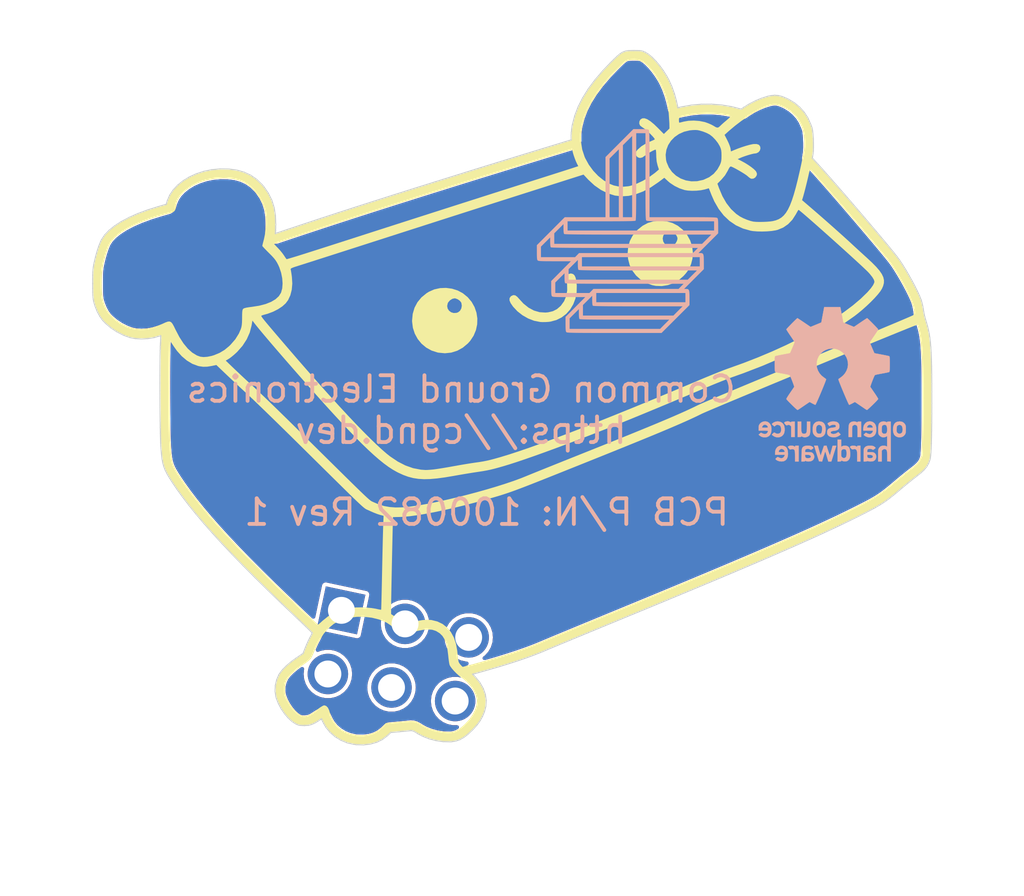
<source format=kicad_pcb>
(kicad_pcb (version 20240108) (generator "pcbnew") (generator_version "8.0")
  (title_block (title "SAOP") (date "2024-10-15") (rev "1") (company "Common Ground Electronics") (comment 1 "PCB P/N: ${PCB_PART_NUMBER}") (comment 3 "SPDX-License-Identifier: ${SPDX_LICENSE_ID}") (comment 4 "SPDX-FileCopyrightText: © ${COPYRIGHT_HOLDER} <${COPYRIGHT_HOLDER_CONTACT}>"))
  (layers (0 "F.Cu" signal) (31 "B.Cu" signal) (34 "B.Paste" user) (35 "F.Paste" user) (36 "B.SilkS" user "B.Silkscreen") (37 "F.SilkS" user "F.Silkscreen") (38 "B.Mask" user) (39 "F.Mask" user) (44 "Edge.Cuts" user))
  (property "COMPANY_URL" "https://cgnd.dev")
  (property "COPYRIGHT_HOLDER" "Common Ground Electronics")
  (property "COPYRIGHT_HOLDER_CONTACT" "${COMPANY_URL}")
  (property "PCB_PART_NUMBER" "100082")
  (property "SPDX_LICENSE_ID" "CERN-OHL-P-2.0")
  (net 0 "")
  (footprint "SAOP:LOGO_SAOP" (layer "F.Cu") (at 139.7 107.95)
    (property "Reference" "LOGO3" (hide yes))
    (property "Value" "SAOP" (hide yes))
    (fp_line (start -16.377075 -3.916355) (end -16.377068 -3.941379) (stroke (width 0.05)) (layer "Edge.Cuts"))
    (fp_line (start -16.377068 -3.941379) (end -16.377018 -4.107241) (stroke (width 0.05)) (layer "Edge.Cuts"))
    (fp_line (start -16.377018 -4.107241) (end -16.375189 -4.258163) (stroke (width 0.05)) (layer "Edge.Cuts"))
    (fp_line (start -16.376193 -3.745765) (end -16.377075 -3.916355) (stroke (width 0.05)) (layer "Edge.Cuts"))
    (fp_line (start -16.375189 -4.258163) (end -16.370901 -4.379191) (stroke (width 0.05)) (layer "Edge.Cuts"))
    (fp_line (start -16.373992 -3.59556) (end -16.376193 -3.745765) (stroke (width 0.05)) (layer "Edge.Cuts"))
    (fp_line (start -16.370901 -4.379191) (end -16.363471 -4.480398) (stroke (width 0.05)) (layer "Edge.Cuts"))
    (fp_line (start -16.369863 -3.478576) (end -16.373992 -3.59556) (stroke (width 0.05)) (layer "Edge.Cuts"))
    (fp_line (start -16.363471 -4.480398) (end -16.352213 -4.571855) (stroke (width 0.05)) (layer "Edge.Cuts"))
    (fp_line (start -16.363143 -3.385951) (end -16.369863 -3.478576) (stroke (width 0.05)) (layer "Edge.Cuts"))
    (fp_line (start -16.353167 -3.308824) (end -16.363143 -3.385951) (stroke (width 0.05)) (layer "Edge.Cuts"))
    (fp_line (start -16.352213 -4.571855) (end -16.336441 -4.663636) (stroke (width 0.05)) (layer "Edge.Cuts"))
    (fp_line (start -16.33927 -3.238333) (end -16.353167 -3.308824) (stroke (width 0.05)) (layer "Edge.Cuts"))
    (fp_line (start -16.336441 -4.663636) (end -16.321096 -4.739418) (stroke (width 0.05)) (layer "Edge.Cuts"))
    (fp_line (start -16.321096 -4.739418) (end -16.267235 -4.969169) (stroke (width 0.05)) (layer "Edge.Cuts"))
    (fp_line (start -16.320788 -3.165616) (end -16.33927 -3.238333) (stroke (width 0.05)) (layer "Edge.Cuts"))
    (fp_line (start -16.283808 -3.045599) (end -16.320788 -3.165616) (stroke (width 0.05)) (layer "Edge.Cuts"))
    (fp_line (start -16.267235 -4.969169) (end -16.205393 -5.189788) (stroke (width 0.05)) (layer "Edge.Cuts"))
    (fp_line (start -16.205393 -5.189788) (end -16.139174 -5.390005) (stroke (width 0.05)) (layer "Edge.Cuts"))
    (fp_line (start -16.199145 -2.835581) (end -16.283808 -3.045599) (stroke (width 0.05)) (layer "Edge.Cuts"))
    (fp_line (start -16.139174 -5.390005) (end -16.072187 -5.558553) (stroke (width 0.05)) (layer "Edge.Cuts"))
    (fp_line (start -16.097548 -2.646276) (end -16.199145 -2.835581) (stroke (width 0.05)) (layer "Edge.Cuts"))
    (fp_line (start -16.072187 -5.558553) (end -16.032568 -5.640853) (stroke (width 0.05)) (layer "Edge.Cuts"))
    (fp_line (start -16.032568 -5.640853) (end -15.909559 -5.82531) (stroke (width 0.05)) (layer "Edge.Cuts"))
    (fp_line (start -15.98629 -2.492322) (end -16.097548 -2.646276) (stroke (width 0.05)) (layer "Edge.Cuts"))
    (fp_line (start -15.909559 -5.82531) (end -15.738564 -6.005495) (stroke (width 0.05)) (layer "Edge.Cuts"))
    (fp_line (start -15.876075 -2.376696) (end -15.98629 -2.492322) (stroke (width 0.05)) (layer "Edge.Cuts"))
    (fp_line (start -15.738564 -6.005495) (end -15.521549 -6.180261) (stroke (width 0.05)) (layer "Edge.Cuts"))
    (fp_line (start -15.664956 -2.19902) (end -15.876075 -2.376696) (stroke (width 0.05)) (layer "Edge.Cuts"))
    (fp_line (start -15.521549 -6.180261) (end -15.260478 -6.348458) (stroke (width 0.05)) (layer "Edge.Cuts"))
    (fp_line (start -15.426386 -2.041771) (end -15.664956 -2.19902) (stroke (width 0.05)) (layer "Edge.Cuts"))
    (fp_line (start -15.260478 -6.348458) (end -14.957317 -6.508938) (stroke (width 0.05)) (layer "Edge.Cuts"))
    (fp_line (start -15.174097 -1.913583) (end -15.426386 -2.041771) (stroke (width 0.05)) (layer "Edge.Cuts"))
    (fp_line (start -14.957317 -6.508938) (end -14.614032 -6.660553) (stroke (width 0.05)) (layer "Edge.Cuts"))
    (fp_line (start -14.921823 -1.82309) (end -15.174097 -1.913583) (stroke (width 0.05)) (layer "Edge.Cuts"))
    (fp_line (start -14.719961 -1.783929) (end -14.921823 -1.82309) (stroke (width 0.05)) (layer "Edge.Cuts"))
    (fp_line (start -14.614032 -6.660553) (end -14.232587 -6.802153) (stroke (width 0.05)) (layer "Edge.Cuts"))
    (fp_line (start -14.477668 -1.769558) (end -14.719961 -1.783929) (stroke (width 0.05)) (layer "Edge.Cuts"))
    (fp_line (start -14.232587 -6.802153) (end -13.829269 -6.928481) (stroke (width 0.05)) (layer "Edge.Cuts"))
    (fp_line (start -14.225541 -1.783293) (end -14.477668 -1.769558) (stroke (width 0.05)) (layer "Edge.Cuts"))
    (fp_line (start -13.979322 -1.824212) (end -14.225541 -1.783293) (stroke (width 0.05)) (layer "Edge.Cuts"))
    (fp_line (start -13.829269 -6.928481) (end -13.507109 -7.021189) (stroke (width 0.05)) (layer "Edge.Cuts"))
    (fp_line (start -13.754753 -1.891395) (end -13.979322 -1.824212) (stroke (width 0.05)) (layer "Edge.Cuts"))
    (fp_line (start -13.751681 -0.047461) (end -13.75128 -0.340585) (stroke (width 0.05)) (layer "Edge.Cuts"))
    (fp_line (start -13.751335 0.254361) (end -13.751681 -0.047461) (stroke (width 0.05)) (layer "Edge.Cuts"))
    (fp_line (start -13.75128 -0.340585) (end -13.750112 -0.619254) (stroke (width 0.05)) (layer "Edge.Cuts"))
    (fp_line (start -13.750877 0.384088) (end -13.751335 0.254361) (stroke (width 0.05)) (layer "Edge.Cuts"))
    (fp_line (start -13.75026 0.559123) (end -13.750877 0.384088) (stroke (width 0.05)) (layer "Edge.Cuts"))
    (fp_line (start -13.750112 -0.619254) (end -13.748159 -0.877712) (stroke (width 0.05)) (layer "Edge.Cuts"))
    (fp_line (start -13.748476 0.861069) (end -13.75026 0.559123) (stroke (width 0.05)) (layer "Edge.Cuts"))
    (fp_line (start -13.748159 -0.877712) (end -13.745401 -1.110201) (stroke (width 0.05)) (layer "Edge.Cuts"))
    (fp_line (start -13.746002 1.15444) (end -13.748476 0.861069) (stroke (width 0.05)) (layer "Edge.Cuts"))
    (fp_line (start -13.745401 -1.110201) (end -13.74182 -1.310963) (stroke (width 0.05)) (layer "Edge.Cuts"))
    (fp_line (start -13.743476 -1.89486) (end -13.754753 -1.891395) (stroke (width 0.05)) (layer "Edge.Cuts"))
    (fp_line (start -13.742857 1.433481) (end -13.746002 1.15444) (stroke (width 0.05)) (layer "Edge.Cuts"))
    (fp_line (start -13.74182 -1.310963) (end -13.737396 -1.474243) (stroke (width 0.05)) (layer "Edge.Cuts"))
    (fp_line (start -13.73906 1.692434) (end -13.742857 1.433481) (stroke (width 0.05)) (layer "Edge.Cuts"))
    (fp_line (start -13.737396 -1.474243) (end -13.73211 -1.594283) (stroke (width 0.05)) (layer "Edge.Cuts"))
    (fp_line (start -13.73463 1.925542) (end -13.73906 1.692434) (stroke (width 0.05)) (layer "Edge.Cuts"))
    (fp_line (start -13.73211 -1.594283) (end -13.731058 -1.610974) (stroke (width 0.05)) (layer "Edge.Cuts"))
    (fp_line (start -13.731058 -1.610974) (end -13.723094 -1.736524) (stroke (width 0.05)) (layer "Edge.Cuts"))
    (fp_line (start -13.729586 2.127048) (end -13.73463 1.925542) (stroke (width 0.05)) (layer "Edge.Cuts"))
    (fp_line (start -13.729234 -1.891346) (end -13.743476 -1.89486) (stroke (width 0.05)) (layer "Edge.Cuts"))
    (fp_line (start -13.723948 2.291195) (end -13.729586 2.127048) (stroke (width 0.05)) (layer "Edge.Cuts"))
    (fp_line (start -13.723094 -1.736524) (end -13.719699 -1.819932) (stroke (width 0.05)) (layer "Edge.Cuts"))
    (fp_line (start -13.721527 -1.868955) (end -13.729234 -1.891346) (stroke (width 0.05)) (layer "Edge.Cuts"))
    (fp_line (start -13.719699 -1.819932) (end -13.721527 -1.868955) (stroke (width 0.05)) (layer "Edge.Cuts"))
    (fp_line (start -13.717733 2.412225) (end -13.723948 2.291195) (stroke (width 0.05)) (layer "Edge.Cuts"))
    (fp_line (start -13.711493 2.502557) (end -13.717733 2.412225) (stroke (width 0.05)) (layer "Edge.Cuts"))
    (fp_line (start -13.692713 2.727161) (end -13.711493 2.502557) (stroke (width 0.05)) (layer "Edge.Cuts"))
    (fp_line (start -13.669662 2.915319) (end -13.692713 2.727161) (stroke (width 0.05)) (layer "Edge.Cuts"))
    (fp_line (start -13.639143 3.077075) (end -13.669662 2.915319) (stroke (width 0.05)) (layer "Edge.Cuts"))
    (fp_line (start -13.597959 3.22247) (end -13.639143 3.077075) (stroke (width 0.05)) (layer "Edge.Cuts"))
    (fp_line (start -13.542909 3.361547) (end -13.597959 3.22247) (stroke (width 0.05)) (layer "Edge.Cuts"))
    (fp_line (start -13.507109 -7.021189) (end -13.463233 -7.162997) (stroke (width 0.05)) (layer "Edge.Cuts"))
    (fp_line (start -13.470796 3.504346) (end -13.542909 3.361547) (stroke (width 0.05)) (layer "Edge.Cuts"))
    (fp_line (start -13.463233 -7.162997) (end -13.370143 -7.381469) (stroke (width 0.05)) (layer "Edge.Cuts"))
    (fp_line (start -13.378422 3.66091) (end -13.470796 3.504346) (stroke (width 0.05)) (layer "Edge.Cuts"))
    (fp_line (start -13.370143 -7.381469) (end -13.2328 -7.586195) (stroke (width 0.05)) (layer "Edge.Cuts"))
    (fp_line (start -13.262589 3.841281) (end -13.378422 3.66091) (stroke (width 0.05)) (layer "Edge.Cuts"))
    (fp_line (start -13.2328 -7.586195) (end -13.055781 -7.774404) (stroke (width 0.05)) (layer "Edge.Cuts"))
    (fp_line (start -13.10026 4.081147) (end -13.262589 3.841281) (stroke (width 0.05)) (layer "Edge.Cuts"))
    (fp_line (start -13.055781 -7.774404) (end -12.843664 -7.943322) (stroke (width 0.05)) (layer "Edge.Cuts"))
    (fp_line (start -12.870583 4.400466) (end -13.10026 4.081147) (stroke (width 0.05)) (layer "Edge.Cuts"))
    (fp_line (start -12.843664 -7.943322) (end -12.601027 -8.090179) (stroke (width 0.05)) (layer "Edge.Cuts"))
    (fp_line (start -12.616365 4.73295) (end -12.870583 4.400466) (stroke (width 0.05)) (layer "Edge.Cuts"))
    (fp_line (start -12.601027 -8.090179) (end -12.332447 -8.212202) (stroke (width 0.05)) (layer "Edge.Cuts"))
    (fp_line (start -12.336198 5.080135) (end -12.616365 4.73295) (stroke (width 0.05)) (layer "Edge.Cuts"))
    (fp_line (start -12.332447 -8.212202) (end -12.042503 -8.306618) (stroke (width 0.05)) (layer "Edge.Cuts"))
    (fp_line (start -12.042503 -8.306618) (end -11.735773 -8.370656) (stroke (width 0.05)) (layer "Edge.Cuts"))
    (fp_line (start -12.028671 5.443553) (end -12.336198 5.080135) (stroke (width 0.05)) (layer "Edge.Cuts"))
    (fp_line (start -11.735773 -8.370656) (end -11.418067 -8.401491) (stroke (width 0.05)) (layer "Edge.Cuts"))
    (fp_line (start -11.692378 5.824737) (end -12.028671 5.443553) (stroke (width 0.05)) (layer "Edge.Cuts"))
    (fp_line (start -11.418067 -8.401491) (end -11.071671 -8.397865) (stroke (width 0.05)) (layer "Edge.Cuts"))
    (fp_line (start -11.325909 6.225222) (end -11.692378 5.824737) (stroke (width 0.05)) (layer "Edge.Cuts"))
    (fp_line (start -11.071671 -8.397865) (end -10.756681 -8.356132) (stroke (width 0.05)) (layer "Edge.Cuts"))
    (fp_line (start -10.927857 6.646541) (end -11.325909 6.225222) (stroke (width 0.05)) (layer "Edge.Cuts"))
    (fp_line (start -10.756681 -8.356132) (end -10.471158 -8.275512) (stroke (width 0.05)) (layer "Edge.Cuts"))
    (fp_line (start -10.496811 7.090226) (end -10.927857 6.646541) (stroke (width 0.05)) (layer "Edge.Cuts"))
    (fp_line (start -10.471158 -8.275512) (end -10.213164 -8.155222) (stroke (width 0.05)) (layer "Edge.Cuts"))
    (fp_line (start -10.213164 -8.155222) (end -9.980761 -7.99448) (stroke (width 0.05)) (layer "Edge.Cuts"))
    (fp_line (start -10.031365 7.557813) (end -10.496811 7.090226) (stroke (width 0.05)) (layer "Edge.Cuts"))
    (fp_line (start -9.980761 -7.99448) (end -9.772008 -7.792503) (stroke (width 0.05)) (layer "Edge.Cuts"))
    (fp_line (start -9.772008 -7.792503) (end -9.701946 -7.709137) (stroke (width 0.05)) (layer "Edge.Cuts"))
    (fp_line (start -9.701946 -7.709137) (end -9.525686 -7.454555) (stroke (width 0.05)) (layer "Edge.Cuts"))
    (fp_line (start -9.530108 8.050834) (end -10.031365 7.557813) (stroke (width 0.05)) (layer "Edge.Cuts"))
    (fp_line (start -9.525686 -7.454555) (end -9.392583 -7.185209) (stroke (width 0.05)) (layer "Edge.Cuts"))
    (fp_line (start -9.392583 -7.185209) (end -9.301209 -6.896523) (stroke (width 0.05)) (layer "Edge.Cuts"))
    (fp_line (start -9.301209 -6.896523) (end -9.250134 -6.583924) (stroke (width 0.05)) (layer "Edge.Cuts"))
    (fp_line (start -9.25681 11.989137) (end -9.253518 11.914768) (stroke (width 0.05)) (layer "Edge.Cuts"))
    (fp_line (start -9.253518 11.914768) (end -9.246903 11.765346) (stroke (width 0.05)) (layer "Edge.Cuts"))
    (fp_line (start -9.250134 -6.583924) (end -9.237928 -6.242836) (stroke (width 0.05)) (layer "Edge.Cuts"))
    (fp_line (start -9.246903 11.765346) (end -9.19649 11.545365) (stroke (width 0.05)) (layer "Edge.Cuts"))
    (fp_line (start -9.245907 -5.883117) (end -9.245879 -5.880772) (stroke (width 0.05)) (layer "Edge.Cuts"))
    (fp_line (start -9.245879 -5.880772) (end -9.223098 -5.888341) (stroke (width 0.05)) (layer "Edge.Cuts"))
    (fp_line (start -9.245263 -5.920265) (end -9.245907 -5.883117) (stroke (width 0.05)) (layer "Edge.Cuts"))
    (fp_line (start -9.24365 -5.995626) (end -9.245263 -5.920265) (stroke (width 0.05)) (layer "Edge.Cuts"))
    (fp_line (start -9.241268 -6.100167) (end -9.24365 -5.995626) (stroke (width 0.05)) (layer "Edge.Cuts"))
    (fp_line (start -9.238315 -6.22486) (end -9.241268 -6.100167) (stroke (width 0.05)) (layer "Edge.Cuts"))
    (fp_line (start -9.237928 -6.242836) (end -9.238315 -6.22486) (stroke (width 0.05)) (layer "Edge.Cuts"))
    (fp_line (start -9.22413 12.203544) (end -9.25681 11.989137) (stroke (width 0.05)) (layer "Edge.Cuts"))
    (fp_line (start -9.223098 -5.888341) (end -9.159887 -5.909472) (stroke (width 0.05)) (layer "Edge.Cuts"))
    (fp_line (start -9.205763 12.266411) (end -9.22413 12.203544) (stroke (width 0.05)) (layer "Edge.Cuts"))
    (fp_line (start -9.19649 11.545365) (end -9.107651 11.342389) (stroke (width 0.05)) (layer "Edge.Cuts"))
    (fp_line (start -9.159887 -5.909472) (end -9.06327 -5.941812) (stroke (width 0.05)) (layer "Edge.Cuts"))
    (fp_line (start -9.124738 12.472124) (end -9.205763 12.266411) (stroke (width 0.05)) (layer "Edge.Cuts"))
    (fp_line (start -9.107651 11.342389) (end -9.081445 11.298621) (stroke (width 0.05)) (layer "Edge.Cuts"))
    (fp_line (start -9.081445 11.298621) (end -8.967134 11.148745) (stroke (width 0.05)) (layer "Edge.Cuts"))
    (fp_line (start -9.06327 -5.941812) (end -8.94027 -5.983012) (stroke (width 0.05)) (layer "Edge.Cuts"))
    (fp_line (start -9.015865 12.674669) (end -9.124738 12.472124) (stroke (width 0.05)) (layer "Edge.Cuts"))
    (fp_line (start -8.991634 8.570823) (end -9.530108 8.050834) (stroke (width 0.05)) (layer "Edge.Cuts"))
    (fp_line (start -8.967134 11.148745) (end -8.810153 10.989956) (stroke (width 0.05)) (layer "Edge.Cuts"))
    (fp_line (start -8.94027 -5.983012) (end -8.797911 -6.030718) (stroke (width 0.05)) (layer "Edge.Cuts"))
    (fp_line (start -8.886004 12.864753) (end -9.015865 12.674669) (stroke (width 0.05)) (layer "Edge.Cuts"))
    (fp_line (start -8.810153 10.989956) (end -8.615904 10.827277) (stroke (width 0.05)) (layer "Edge.Cuts"))
    (fp_line (start -8.797911 -6.030718) (end -8.757899 -6.044131) (stroke (width 0.05)) (layer "Edge.Cuts"))
    (fp_line (start -8.757899 -6.044131) (end -8.125814 -6.254937) (stroke (width 0.05)) (layer "Edge.Cuts"))
    (fp_line (start -8.742013 13.033084) (end -8.886004 12.864753) (stroke (width 0.05)) (layer "Edge.Cuts"))
    (fp_line (start -8.615904 10.827277) (end -8.429661 10.692501) (stroke (width 0.05)) (layer "Edge.Cuts"))
    (fp_line (start -8.59075 13.170368) (end -8.742013 13.033084) (stroke (width 0.05)) (layer "Edge.Cuts"))
    (fp_line (start -8.439072 13.267312) (end -8.59075 13.170368) (stroke (width 0.05)) (layer "Edge.Cuts"))
    (fp_line (start -8.429661 10.692501) (end -8.163865 10.5118) (stroke (width 0.05)) (layer "Edge.Cuts"))
    (fp_line (start -8.414532 9.119313) (end -8.991634 8.570823) (stroke (width 0.05)) (layer "Edge.Cuts"))
    (fp_line (start -8.406532 13.282433) (end -8.439072 13.267312) (stroke (width 0.05)) (layer "Edge.Cuts"))
    (fp_line (start -8.328787 13.308692) (end -8.406532 13.282433) (stroke (width 0.05)) (layer "Edge.Cuts"))
    (fp_line (start -8.312583 9.215808) (end -8.414532 9.119313) (stroke (width 0.05)) (layer "Edge.Cuts"))
    (fp_line (start -8.239851 13.321721) (end -8.328787 13.308692) (stroke (width 0.05)) (layer "Edge.Cuts"))
    (fp_line (start -8.17599 9.346069) (end -8.312583 9.215808) (stroke (width 0.05)) (layer "Edge.Cuts"))
    (fp_line (start -8.163865 10.5118) (end -8.071535 10.279595) (stroke (width 0.05)) (layer "Edge.Cuts"))
    (fp_line (start -8.125814 -6.254937) (end -7.476041 -6.469462) (stroke (width 0.05)) (layer "Edge.Cuts"))
    (fp_line (start -8.120493 13.325001) (end -8.239851 13.321721) (stroke (width 0.05)) (layer "Edge.Cuts"))
    (fp_line (start -8.102316 13.324847) (end -8.120493 13.325001) (stroke (width 0.05)) (layer "Edge.Cuts"))
    (fp_line (start -8.071535 10.279595) (end -8.02019 10.156876) (stroke (width 0.05)) (layer "Edge.Cuts"))
    (fp_line (start -8.054717 9.462862) (end -8.17599 9.346069) (stroke (width 0.05)) (layer "Edge.Cuts"))
    (fp_line (start -8.02019 10.156876) (end -7.963105 10.03041) (stroke (width 0.05)) (layer "Edge.Cuts"))
    (fp_line (start -7.963105 10.03041) (end -7.910059 9.921581) (stroke (width 0.05)) (layer "Edge.Cuts"))
    (fp_line (start -7.960902 13.314275) (end -8.102316 13.324847) (stroke (width 0.05)) (layer "Edge.Cuts"))
    (fp_line (start -7.953006 9.562041) (end -8.054717 9.462862) (stroke (width 0.05)) (layer "Edge.Cuts"))
    (fp_line (start -7.910059 9.921581) (end -7.893445 9.890124) (stroke (width 0.05)) (layer "Edge.Cuts"))
    (fp_line (start -7.893445 9.890124) (end -7.851167 9.809921) (stroke (width 0.05)) (layer "Edge.Cuts"))
    (fp_line (start -7.875101 9.639457) (end -7.953006 9.562041) (stroke (width 0.05)) (layer "Edge.Cuts"))
    (fp_line (start -7.851167 9.809921) (end -7.820536 9.746711) (stroke (width 0.05)) (layer "Edge.Cuts"))
    (fp_line (start -7.83523 13.283222) (end -7.960902 13.314275) (stroke (width 0.05)) (layer "Edge.Cuts"))
    (fp_line (start -7.825246 9.690963) (end -7.875101 9.639457) (stroke (width 0.05)) (layer "Edge.Cuts"))
    (fp_line (start -7.820536 9.746711) (end -7.807751 9.713342) (stroke (width 0.05)) (layer "Edge.Cuts"))
    (fp_line (start -7.807751 9.713342) (end -7.807685 9.712412) (stroke (width 0.05)) (layer "Edge.Cuts"))
    (fp_line (start -7.807685 9.712412) (end -7.825246 9.690963) (stroke (width 0.05)) (layer "Edge.Cuts"))
    (fp_line (start -7.708868 13.226137) (end -7.83523 13.283222) (stroke (width 0.05)) (layer "Edge.Cuts"))
    (fp_line (start -7.565382 13.137467) (end -7.708868 13.226137) (stroke (width 0.05)) (layer "Edge.Cuts"))
    (fp_line (start -7.51808 13.106473) (end -7.565382 13.137467) (stroke (width 0.05)) (layer "Edge.Cuts"))
    (fp_line (start -7.476041 -6.469462) (end -6.804918 -6.688881) (stroke (width 0.05)) (layer "Edge.Cuts"))
    (fp_line (start -7.468084 13.076525) (end -7.51808 13.106473) (stroke (width 0.05)) (layer "Edge.Cuts"))
    (fp_line (start -7.446885 13.067938) (end -7.468084 13.076525) (stroke (width 0.05)) (layer "Edge.Cuts"))
    (fp_line (start -7.446256 13.06908) (end -7.446885 13.067938) (stroke (width 0.05)) (layer "Edge.Cuts"))
    (fp_line (start -7.430853 13.099381) (end -7.446256 13.06908) (stroke (width 0.05)) (layer "Edge.Cuts"))
    (fp_line (start -7.399984 13.161055) (end -7.430853 13.099381) (stroke (width 0.05)) (layer "Edge.Cuts"))
    (fp_line (start -7.359488 13.24244) (end -7.399984 13.161055) (stroke (width 0.05)) (layer "Edge.Cuts"))
    (fp_line (start -7.271796 13.392785) (end -7.359488 13.24244) (stroke (width 0.05)) (layer "Edge.Cuts"))
    (fp_line (start -7.110289 13.590507) (end -7.271796 13.392785) (stroke (width 0.05)) (layer "Edge.Cuts"))
    (fp_line (start -6.913689 13.760419) (end -7.110289 13.590507) (stroke (width 0.05)) (layer "Edge.Cuts"))
    (fp_line (start -6.804918 -6.688881) (end -6.108782 -6.914369) (stroke (width 0.05)) (layer "Edge.Cuts"))
    (fp_line (start -6.688244 13.898204) (end -6.913689 13.760419) (stroke (width 0.05)) (layer "Edge.Cuts"))
    (fp_line (start -6.440202 13.999547) (end -6.688244 13.898204) (stroke (width 0.05)) (layer "Edge.Cuts"))
    (fp_line (start -6.17581 14.060132) (end -6.440202 13.999547) (stroke (width 0.05)) (layer "Edge.Cuts"))
    (fp_line (start -6.108782 -6.914369) (end -5.383969 -7.147099) (stroke (width 0.05)) (layer "Edge.Cuts"))
    (fp_line (start -6.087251 14.070914) (end -6.17581 14.060132) (stroke (width 0.05)) (layer "Edge.Cuts"))
    (fp_line (start -5.804214 14.079022) (end -6.087251 14.070914) (stroke (width 0.05)) (layer "Edge.Cuts"))
    (fp_line (start -5.536168 14.046434) (end -5.804214 14.079022) (stroke (width 0.05)) (layer "Edge.Cuts"))
    (fp_line (start -5.383969 -7.147099) (end -4.626818 -7.388248) (stroke (width 0.05)) (layer "Edge.Cuts"))
    (fp_line (start -5.288233 13.974494) (end -5.536168 14.046434) (stroke (width 0.05)) (layer "Edge.Cuts"))
    (fp_line (start -5.065523 13.864545) (end -5.288233 13.974494) (stroke (width 0.05)) (layer "Edge.Cuts"))
    (fp_line (start -4.873158 13.717933) (end -5.065523 13.864545) (stroke (width 0.05)) (layer "Edge.Cuts"))
    (fp_line (start -4.742168 13.595147) (end -4.873158 13.717933) (stroke (width 0.05)) (layer "Edge.Cuts"))
    (fp_line (start -4.626818 -7.388248) (end -3.833665 -7.638988) (stroke (width 0.05)) (layer "Edge.Cuts"))
    (fp_line (start -4.416847 13.565527) (end -4.742168 13.595147) (stroke (width 0.05)) (layer "Edge.Cuts"))
    (fp_line (start -4.410032 13.564906) (end -4.416847 13.565527) (stroke (width 0.05)) (layer "Edge.Cuts"))
    (fp_line (start -4.27762 13.552548) (end -4.410032 13.564906) (stroke (width 0.05)) (layer "Edge.Cuts"))
    (fp_line (start -4.154759 13.540593) (end -4.27762 13.552548) (stroke (width 0.05)) (layer "Edge.Cuts"))
    (fp_line (start -4.054884 13.530375) (end -4.154759 13.540593) (stroke (width 0.05)) (layer "Edge.Cuts"))
    (fp_line (start -3.991429 13.523231) (end -4.054884 13.530375) (stroke (width 0.05)) (layer "Edge.Cuts"))
    (fp_line (start -3.963891 13.520543) (end -3.991429 13.523231) (stroke (width 0.05)) (layer "Edge.Cuts"))
    (fp_line (start -3.913799 13.523019) (end -3.963891 13.520543) (stroke (width 0.05)) (layer "Edge.Cuts"))
    (fp_line (start -3.860343 13.539981) (end -3.913799 13.523019) (stroke (width 0.05)) (layer "Edge.Cuts"))
    (fp_line (start -3.833665 -7.638988) (end -3.000847 -7.900495) (stroke (width 0.05)) (layer "Edge.Cuts"))
    (fp_line (start -3.790989 13.576186) (end -3.860343 13.539981) (stroke (width 0.05)) (layer "Edge.Cuts"))
    (fp_line (start -3.693204 13.63639) (end -3.790989 13.576186) (stroke (width 0.05)) (layer "Edge.Cuts"))
    (fp_line (start -3.512339 13.735596) (end -3.693204 13.63639) (stroke (width 0.05)) (layer "Edge.Cuts"))
    (fp_line (start -3.256262 13.837316) (end -3.512339 13.735596) (stroke (width 0.05)) (layer "Edge.Cuts"))
    (fp_line (start -3.000847 -7.900495) (end -2.124701 -8.173943) (stroke (width 0.05)) (layer "Edge.Cuts"))
    (fp_line (start -2.980159 13.91076) (end -3.256262 13.837316) (stroke (width 0.05)) (layer "Edge.Cuts"))
    (fp_line (start -2.697904 13.952407) (end -2.980159 13.91076) (stroke (width 0.05)) (layer "Edge.Cuts"))
    (fp_line (start -2.423372 13.958733) (end -2.697904 13.952407) (stroke (width 0.05)) (layer "Edge.Cuts"))
    (fp_line (start -2.362762 13.954616) (end -2.423372 13.958733) (stroke (width 0.05)) (layer "Edge.Cuts"))
    (fp_line (start -2.199378 13.927665) (end -2.362762 13.954616) (stroke (width 0.05)) (layer "Edge.Cuts"))
    (fp_line (start -2.124701 -8.173943) (end -1.826798 -8.26658) (stroke (width 0.05)) (layer "Edge.Cuts"))
    (fp_line (start -2.047571 13.874815) (end -2.199378 13.927665) (stroke (width 0.05)) (layer "Edge.Cuts"))
    (fp_line (start -1.898579 13.791488) (end -2.047571 13.874815) (stroke (width 0.05)) (layer "Edge.Cuts"))
    (fp_line (start -1.826798 -8.26658) (end -1.633091 -8.326729) (stroke (width 0.05)) (layer "Edge.Cuts"))
    (fp_line (start -1.74364 13.673108) (end -1.898579 13.791488) (stroke (width 0.05)) (layer "Edge.Cuts"))
    (fp_line (start -1.633091 -8.326729) (end -1.442282 -8.385901) (stroke (width 0.05)) (layer "Edge.Cuts"))
    (fp_line (start -1.573993 13.515099) (end -1.74364 13.673108) (stroke (width 0.05)) (layer "Edge.Cuts"))
    (fp_line (start -1.548897 11.321267) (end -1.438077 11.439742) (stroke (width 0.05)) (layer "Edge.Cuts"))
    (fp_line (start -1.514198 13.454269) (end -1.573993 13.515099) (stroke (width 0.05)) (layer "Edge.Cuts"))
    (fp_line (start -1.442282 -8.385901) (end -1.250479 -8.445294) (stroke (width 0.05)) (layer "Edge.Cuts"))
    (fp_line (start -1.438077 11.439742) (end -1.264875 11.654624) (stroke (width 0.05)) (layer "Edge.Cuts"))
    (fp_line (start -1.36917 13.291262) (end -1.514198 13.454269) (stroke (width 0.05)) (layer "Edge.Cuts"))
    (fp_line (start -1.264875 11.654624) (end -1.136973 11.878905) (stroke (width 0.05)) (layer "Edge.Cuts"))
    (fp_line (start -1.25582 13.134099) (end -1.36917 13.291262) (stroke (width 0.05)) (layer "Edge.Cuts"))
    (fp_line (start -1.250479 -8.445294) (end -1.05379 -8.506104) (stroke (width 0.05)) (layer "Edge.Cuts"))
    (fp_line (start -1.16514 12.969206) (end -1.25582 13.134099) (stroke (width 0.05)) (layer "Edge.Cuts"))
    (fp_line (start -1.136973 11.878905) (end -1.05524 12.109252) (stroke (width 0.05)) (layer "Edge.Cuts"))
    (fp_line (start -1.088122 12.783011) (end -1.16514 12.969206) (stroke (width 0.05)) (layer "Edge.Cuts"))
    (fp_line (start -1.05524 12.109252) (end -1.020543 12.342333) (stroke (width 0.05)) (layer "Edge.Cuts"))
    (fp_line (start -1.05379 -8.506104) (end -0.848323 -8.569529) (stroke (width 0.05)) (layer "Edge.Cuts"))
    (fp_line (start -1.033752 12.574815) (end -1.088122 12.783011) (stroke (width 0.05)) (layer "Edge.Cuts"))
    (fp_line (start -1.020543 12.342333) (end -1.033752 12.574815) (stroke (width 0.05)) (layer "Edge.Cuts"))
    (fp_line (start -0.943365 11.150816) (end -1.548897 11.321267) (stroke (width 0.05)) (layer "Edge.Cuts"))
    (fp_line (start -0.886525 11.13475) (end -0.943365 11.150816) (stroke (width 0.05)) (layer "Edge.Cuts"))
    (fp_line (start -0.848323 -8.569529) (end -0.630186 -8.636767) (stroke (width 0.05)) (layer "Edge.Cuts"))
    (fp_line (start -0.630186 -8.636767) (end -0.395486 -8.709014) (stroke (width 0.05)) (layer "Edge.Cuts"))
    (fp_line (start -0.484863 11.017454) (end -0.886525 11.13475) (stroke (width 0.05)) (layer "Edge.Cuts"))
    (fp_line (start -0.395486 -8.709014) (end -0.140333 -8.787468) (stroke (width 0.05)) (layer "Edge.Cuts"))
    (fp_line (start -0.140333 -8.787468) (end 0.139167 -8.873326) (stroke (width 0.05)) (layer "Edge.Cuts"))
    (fp_line (start -0.096764 10.897647) (end -0.484863 11.017454) (stroke (width 0.05)) (layer "Edge.Cuts"))
    (fp_line (start 0.139167 -8.873326) (end 0.446905 -8.967785) (stroke (width 0.05)) (layer "Edge.Cuts"))
    (fp_line (start 0.270652 10.777712) (end -0.096764 10.897647) (stroke (width 0.05)) (layer "Edge.Cuts"))
    (fp_line (start 0.446905 -8.967785) (end 0.786773 -9.072044) (stroke (width 0.05)) (layer "Edge.Cuts"))
    (fp_line (start 0.610267 10.660032) (end 0.270652 10.777712) (stroke (width 0.05)) (layer "Edge.Cuts"))
    (fp_line (start 0.786773 -9.072044) (end 1.162664 -9.187299) (stroke (width 0.05)) (layer "Edge.Cuts"))
    (fp_line (start 0.914962 10.546988) (end 0.610267 10.660032) (stroke (width 0.05)) (layer "Edge.Cuts"))
    (fp_line (start 1.162664 -9.187299) (end 1.578468 -9.314748) (stroke (width 0.05)) (layer "Edge.Cuts"))
    (fp_line (start 1.177617 10.440964) (end 0.914962 10.546988) (stroke (width 0.05)) (layer "Edge.Cuts"))
    (fp_line (start 1.254786 10.408236) (end 1.177617 10.440964) (stroke (width 0.05)) (layer "Edge.Cuts"))
    (fp_line (start 1.383648 10.353877) (end 1.254786 10.408236) (stroke (width 0.05)) (layer "Edge.Cuts"))
    (fp_line (start 1.531584 10.2918) (end 1.383648 10.353877) (stroke (width 0.05)) (layer "Edge.Cuts"))
    (fp_line (start 1.578468 -9.314748) (end 2.038079 -9.455587) (stroke (width 0.05)) (layer "Edge.Cuts"))
    (fp_line (start 1.701068 10.22098) (end 1.531584 10.2918) (stroke (width 0.05)) (layer "Edge.Cuts"))
    (fp_line (start 1.894575 10.140391) (end 1.701068 10.22098) (stroke (width 0.05)) (layer "Edge.Cuts"))
    (fp_line (start 2.038079 -9.455587) (end 2.054914 -9.460745) (stroke (width 0.05)) (layer "Edge.Cuts"))
    (fp_line (start 2.054914 -9.460745) (end 2.058276 -9.461775) (stroke (width 0.05)) (layer "Edge.Cuts"))
    (fp_line (start 2.058276 -9.461775) (end 2.302266 -9.536534) (stroke (width 0.05)) (layer "Edge.Cuts"))
    (fp_line (start 2.114582 10.049007) (end 1.894575 10.140391) (stroke (width 0.05)) (layer "Edge.Cuts"))
    (fp_line (start 2.302266 -9.712957) (end 2.307706 -9.819113) (stroke (width 0.05)) (layer "Edge.Cuts"))
    (fp_line (start 2.302266 -9.536534) (end 2.302266 -9.712957) (stroke (width 0.05)) (layer "Edge.Cuts"))
    (fp_line (start 2.307706 -9.819113) (end 2.322231 -9.951269) (stroke (width 0.05)) (layer "Edge.Cuts"))
    (fp_line (start 2.322231 -9.951269) (end 2.343146 -10.08678) (stroke (width 0.05)) (layer "Edge.Cuts"))
    (fp_line (start 2.343146 -10.08678) (end 2.352706 -10.136892) (stroke (width 0.05)) (layer "Edge.Cuts"))
    (fp_line (start 2.352706 -10.136892) (end 2.443601 -10.483331) (stroke (width 0.05)) (layer "Edge.Cuts"))
    (fp_line (start 2.363563 9.945802) (end 2.114582 10.049007) (stroke (width 0.05)) (layer "Edge.Cuts"))
    (fp_line (start 2.443601 -10.483331) (end 2.575378 -10.828237) (stroke (width 0.05)) (layer "Edge.Cuts"))
    (fp_line (start 2.575378 -10.828237) (end 2.74939 -11.173813) (stroke (width 0.05)) (layer "Edge.Cuts"))
    (fp_line (start 2.643993 9.829751) (end 2.363563 9.945802) (stroke (width 0.05)) (layer "Edge.Cuts"))
    (fp_line (start 2.74939 -11.173813) (end 2.966988 -11.522265) (stroke (width 0.05)) (layer "Edge.Cuts"))
    (fp_line (start 2.958349 9.699828) (end 2.643993 9.829751) (stroke (width 0.05)) (layer "Edge.Cuts"))
    (fp_line (start 2.966988 -11.522265) (end 3.229527 -11.875795) (stroke (width 0.05)) (layer "Edge.Cuts"))
    (fp_line (start 3.229527 -11.875795) (end 3.538358 -12.23661) (stroke (width 0.05)) (layer "Edge.Cuts"))
    (fp_line (start 3.309105 9.555006) (end 2.958349 9.699828) (stroke (width 0.05)) (layer "Edge.Cuts"))
    (fp_line (start 3.538358 -12.23661) (end 3.8277 -12.540068) (stroke (width 0.05)) (layer "Edge.Cuts"))
    (fp_line (start 3.698738 9.394261) (end 3.309105 9.555006) (stroke (width 0.05)) (layer "Edge.Cuts"))
    (fp_line (start 3.8277 -12.540068) (end 3.973392 -12.685096) (stroke (width 0.05)) (layer "Edge.Cuts"))
    (fp_line (start 3.973392 -12.685096) (end 4.092092 -12.797957) (stroke (width 0.05)) (layer "Edge.Cuts"))
    (fp_line (start 4.092092 -12.797957) (end 4.191382 -12.882675) (stroke (width 0.05)) (layer "Edge.Cuts"))
    (fp_line (start 4.129721 9.216567) (end 3.698738 9.394261) (stroke (width 0.05)) (layer "Edge.Cuts"))
    (fp_line (start 4.191382 -12.882675) (end 4.278841 -12.943271) (stroke (width 0.05)) (layer "Edge.Cuts"))
    (fp_line (start 4.278841 -12.943271) (end 4.362052 -12.983769) (stroke (width 0.05)) (layer "Edge.Cuts"))
    (fp_line (start 4.362052 -12.983769) (end 4.448595 -13.00819) (stroke (width 0.05)) (layer "Edge.Cuts"))
    (fp_line (start 4.448595 -13.00819) (end 4.546051 -13.020559) (stroke (width 0.05)) (layer "Edge.Cuts"))
    (fp_line (start 4.546051 -13.020559) (end 4.662001 -13.024898) (stroke (width 0.05)) (layer "Edge.Cuts"))
    (fp_line (start 4.604532 9.020897) (end 4.129721 9.216567) (stroke (width 0.05)) (layer "Edge.Cuts"))
    (fp_line (start 4.662001 -13.024898) (end 4.742167 -13.02532) (stroke (width 0.05)) (layer "Edge.Cuts"))
    (fp_line (start 4.742167 -13.02532) (end 4.873921 -13.02438) (stroke (width 0.05)) (layer "Edge.Cuts"))
    (fp_line (start 4.873921 -13.02438) (end 4.968838 -13.020205) (stroke (width 0.05)) (layer "Edge.Cuts"))
    (fp_line (start 4.968838 -13.020205) (end 5.040117 -13.010763) (stroke (width 0.05)) (layer "Edge.Cuts"))
    (fp_line (start 5.040117 -13.010763) (end 5.100956 -12.994025) (stroke (width 0.05)) (layer "Edge.Cuts"))
    (fp_line (start 5.100956 -12.994025) (end 5.164553 -12.967958) (stroke (width 0.05)) (layer "Edge.Cuts"))
    (fp_line (start 5.164553 -12.967958) (end 5.189396 -12.956495) (stroke (width 0.05)) (layer "Edge.Cuts"))
    (fp_line (start 5.189396 -12.956495) (end 5.31961 -12.877062) (stroke (width 0.05)) (layer "Edge.Cuts"))
    (fp_line (start 5.215382 8.768926) (end 4.604532 9.020897) (stroke (width 0.05)) (layer "Edge.Cuts"))
    (fp_line (start 5.31961 -12.877062) (end 5.461778 -12.757976) (stroke (width 0.05)) (layer "Edge.Cuts"))
    (fp_line (start 5.461778 -12.757976) (end 5.609883 -12.606296) (stroke (width 0.05)) (layer "Edge.Cuts"))
    (fp_line (start 5.609883 -12.606296) (end 5.757903 -12.42908) (stroke (width 0.05)) (layer "Edge.Cuts"))
    (fp_line (start 5.757903 -12.42908) (end 5.899819 -12.233385) (stroke (width 0.05)) (layer "Edge.Cuts"))
    (fp_line (start 5.899819 -12.233385) (end 6.029611 -12.02627) (stroke (width 0.05)) (layer "Edge.Cuts"))
    (fp_line (start 5.982357 8.45163) (end 5.215382 8.768926) (stroke (width 0.05)) (layer "Edge.Cuts"))
    (fp_line (start 6.029611 -12.02627) (end 6.111535 -11.875303) (stroke (width 0.05)) (layer "Edge.Cuts"))
    (fp_line (start 6.111535 -11.875303) (end 6.225551 -11.621933) (stroke (width 0.05)) (layer "Edge.Cuts"))
    (fp_line (start 6.225551 -11.621933) (end 6.325566 -11.344979) (stroke (width 0.05)) (layer "Edge.Cuts"))
    (fp_line (start 6.325566 -11.344979) (end 6.402191 -11.07069) (stroke (width 0.05)) (layer "Edge.Cuts"))
    (fp_line (start 6.402191 -11.07069) (end 6.407317 -11.048374) (stroke (width 0.05)) (layer "Edge.Cuts"))
    (fp_line (start 6.407317 -11.048374) (end 6.43103 -10.943905) (stroke (width 0.05)) (layer "Edge.Cuts"))
    (fp_line (start 6.43103 -10.943905) (end 6.450401 -10.859927) (stroke (width 0.05)) (layer "Edge.Cuts"))
    (fp_line (start 6.450401 -10.859927) (end 6.462999 -10.806893) (stroke (width 0.05)) (layer "Edge.Cuts"))
    (fp_line (start 6.462999 -10.806893) (end 6.466504 -10.793751) (stroke (width 0.05)) (layer "Edge.Cuts"))
    (fp_line (start 6.466504 -10.793751) (end 6.490166 -10.796724) (stroke (width 0.05)) (layer "Edge.Cuts"))
    (fp_line (start 6.490166 -10.796724) (end 6.549018 -10.808836) (stroke (width 0.05)) (layer "Edge.Cuts"))
    (fp_line (start 6.549018 -10.808836) (end 6.619221 -10.824874) (stroke (width 0.05)) (layer "Edge.Cuts"))
    (fp_line (start 6.619221 -10.824874) (end 6.989868 -10.892501) (stroke (width 0.05)) (layer "Edge.Cuts"))
    (fp_line (start 6.705722 8.151237) (end 5.982357 8.45163) (stroke (width 0.05)) (layer "Edge.Cuts"))
    (fp_line (start 6.989868 -10.892501) (end 7.381943 -10.927192) (stroke (width 0.05)) (layer "Edge.Cuts"))
    (fp_line (start 7.381943 -10.927192) (end 7.781955 -10.929121) (stroke (width 0.05)) (layer "Edge.Cuts"))
    (fp_line (start 7.38719 7.867004) (end 6.705722 8.151237) (stroke (width 0.05)) (layer "Edge.Cuts"))
    (fp_line (start 7.781955 -10.929121) (end 8.176414 -10.898457) (stroke (width 0.05)) (layer "Edge.Cuts"))
    (fp_line (start 8.028472 7.598189) (end 7.38719 7.867004) (stroke (width 0.05)) (layer "Edge.Cuts"))
    (fp_line (start 8.176414 -10.898457) (end 8.551829 -10.835374) (stroke (width 0.05)) (layer "Edge.Cuts"))
    (fp_line (start 8.551829 -10.835374) (end 8.704079 -10.798314) (stroke (width 0.05)) (layer "Edge.Cuts"))
    (fp_line (start 8.631282 7.344049) (end 8.028472 7.598189) (stroke (width 0.05)) (layer "Edge.Cuts"))
    (fp_line (start 8.704079 -10.798314) (end 8.93732 -10.735589) (stroke (width 0.05)) (layer "Edge.Cuts"))
    (fp_line (start 8.93732 -10.735589) (end 9.041911 -10.807332) (stroke (width 0.05)) (layer "Edge.Cuts"))
    (fp_line (start 9.041911 -10.807332) (end 9.266277 -10.946139) (stroke (width 0.05)) (layer "Edge.Cuts"))
    (fp_line (start 9.197332 7.103841) (end 8.631282 7.344049) (stroke (width 0.05)) (layer "Edge.Cuts"))
    (fp_line (start 9.266277 -10.946139) (end 9.506714 -11.068121) (stroke (width 0.05)) (layer "Edge.Cuts"))
    (fp_line (start 9.506714 -11.068121) (end 9.749538 -11.167395) (stroke (width 0.05)) (layer "Edge.Cuts"))
    (fp_line (start 9.728335 6.876823) (end 9.197332 7.103841) (stroke (width 0.05)) (layer "Edge.Cuts"))
    (fp_line (start 9.749538 -11.167395) (end 9.981066 -11.23808) (stroke (width 0.05)) (layer "Edge.Cuts"))
    (fp_line (start 9.981066 -11.23808) (end 10.102693 -11.263316) (stroke (width 0.05)) (layer "Edge.Cuts"))
    (fp_line (start 10.102693 -11.263316) (end 10.244656 -11.27716) (stroke (width 0.05)) (layer "Edge.Cuts"))
    (fp_line (start 10.226003 6.662252) (end 9.728335 6.876823) (stroke (width 0.05)) (layer "Edge.Cuts"))
    (fp_line (start 10.244656 -11.27716) (end 10.380806 -11.267773) (stroke (width 0.05)) (layer "Edge.Cuts"))
    (fp_line (start 10.380806 -11.267773) (end 10.523354 -11.232569) (stroke (width 0.05)) (layer "Edge.Cuts"))
    (fp_line (start 10.523354 -11.232569) (end 10.684509 -11.168959) (stroke (width 0.05)) (layer "Edge.Cuts"))
    (fp_line (start 10.684509 -11.168959) (end 10.793581 -11.116899) (stroke (width 0.05)) (layer "Edge.Cuts"))
    (fp_line (start 10.692048 6.459386) (end 10.226003 6.662252) (stroke (width 0.05)) (layer "Edge.Cuts"))
    (fp_line (start 10.793581 -11.116899) (end 11.017706 -10.980701) (stroke (width 0.05)) (layer "Edge.Cuts"))
    (fp_line (start 11.017706 -10.980701) (end 11.223007 -10.80888) (stroke (width 0.05)) (layer "Edge.Cuts"))
    (fp_line (start 11.128185 6.267481) (end 10.692048 6.459386) (stroke (width 0.05)) (layer "Edge.Cuts"))
    (fp_line (start 11.223007 -10.80888) (end 11.399706 -10.611133) (stroke (width 0.05)) (layer "Edge.Cuts"))
    (fp_line (start 11.399706 -10.611133) (end 11.538022 -10.397154) (stroke (width 0.05)) (layer "Edge.Cuts"))
    (fp_line (start 11.536124 6.085794) (end 11.128185 6.267481) (stroke (width 0.05)) (layer "Edge.Cuts"))
    (fp_line (start 11.538022 -10.397154) (end 11.658273 -10.125368) (stroke (width 0.05)) (layer "Edge.Cuts"))
    (fp_line (start 11.658273 -10.125368) (end 11.694552 -10.02248) (stroke (width 0.05)) (layer "Edge.Cuts"))
    (fp_line (start 11.694552 -10.02248) (end 11.701939 -9.99734) (stroke (width 0.05)) (layer "Edge.Cuts"))
    (fp_line (start 11.701939 -9.99734) (end 11.722605 -9.891731) (stroke (width 0.05)) (layer "Edge.Cuts"))
    (fp_line (start 11.713721 -8.826485) (end 11.93358 -8.5861) (stroke (width 0.05)) (layer "Edge.Cuts"))
    (fp_line (start 11.722605 -9.891731) (end 11.738989 -9.750034) (stroke (width 0.05)) (layer "Edge.Cuts"))
    (fp_line (start 11.738989 -9.750034) (end 11.75056 -9.586069) (stroke (width 0.05)) (layer "Edge.Cuts"))
    (fp_line (start 11.740356 -8.99757) (end 11.713721 -8.826485) (stroke (width 0.05)) (layer "Edge.Cuts"))
    (fp_line (start 11.75056 -9.586069) (end 11.756787 -9.413657) (stroke (width 0.05)) (layer "Edge.Cuts"))
    (fp_line (start 11.751084 -9.098775) (end 11.740356 -8.99757) (stroke (width 0.05)) (layer "Edge.Cuts"))
    (fp_line (start 11.756787 -9.413657) (end 11.757138 -9.246619) (stroke (width 0.05)) (layer "Edge.Cuts"))
    (fp_line (start 11.757138 -9.246619) (end 11.751084 -9.098775) (stroke (width 0.05)) (layer "Edge.Cuts"))
    (fp_line (start 11.917579 5.913585) (end 11.536124 6.085794) (stroke (width 0.05)) (layer "Edge.Cuts"))
    (fp_line (start 11.93358 -8.5861) (end 12.075654 -8.429161) (stroke (width 0.05)) (layer "Edge.Cuts"))
    (fp_line (start 12.075654 -8.429161) (end 12.241719 -8.242978) (stroke (width 0.05)) (layer "Edge.Cuts"))
    (fp_line (start 12.241719 -8.242978) (end 12.42804 -8.031918) (stroke (width 0.05)) (layer "Edge.Cuts"))
    (fp_line (start 12.274262 5.750108) (end 11.917579 5.913585) (stroke (width 0.05)) (layer "Edge.Cuts"))
    (fp_line (start 12.42804 -8.031918) (end 12.630878 -7.800351) (stroke (width 0.05)) (layer "Edge.Cuts"))
    (fp_line (start 12.607886 5.594623) (end 12.274262 5.750108) (stroke (width 0.05)) (layer "Edge.Cuts"))
    (fp_line (start 12.630878 -7.800351) (end 12.846496 -7.552646) (stroke (width 0.05)) (layer "Edge.Cuts"))
    (fp_line (start 12.846496 -7.552646) (end 13.071158 -7.293171) (stroke (width 0.05)) (layer "Edge.Cuts"))
    (fp_line (start 12.920164 5.446385) (end 12.607886 5.594623) (stroke (width 0.05)) (layer "Edge.Cuts"))
    (fp_line (start 13.071158 -7.293171) (end 13.301126 -7.026295) (stroke (width 0.05)) (layer "Edge.Cuts"))
    (fp_line (start 13.212807 5.304654) (end 12.920164 5.446385) (stroke (width 0.05)) (layer "Edge.Cuts"))
    (fp_line (start 13.301126 -7.026295) (end 13.532664 -6.756386) (stroke (width 0.05)) (layer "Edge.Cuts"))
    (fp_line (start 13.487529 5.168685) (end 13.212807 5.304654) (stroke (width 0.05)) (layer "Edge.Cuts"))
    (fp_line (start 13.532664 -6.756386) (end 13.762034 -6.487815) (stroke (width 0.05)) (layer "Edge.Cuts"))
    (fp_line (start 13.553005 5.135869) (end 13.487529 5.168685) (stroke (width 0.05)) (layer "Edge.Cuts"))
    (fp_line (start 13.762034 -6.487815) (end 13.985499 -6.224949) (stroke (width 0.05)) (layer "Edge.Cuts"))
    (fp_line (start 13.791878 5.015119) (end 13.553005 5.135869) (stroke (width 0.05)) (layer "Edge.Cuts"))
    (fp_line (start 13.985499 -6.224949) (end 14.199322 -5.972157) (stroke (width 0.05)) (layer "Edge.Cuts"))
    (fp_line (start 13.994731 4.909977) (end 13.791878 5.015119) (stroke (width 0.05)) (layer "Edge.Cuts"))
    (fp_line (start 14.16891 4.815699) (end 13.994731 4.909977) (stroke (width 0.05)) (layer "Edge.Cuts"))
    (fp_line (start 14.199322 -5.972157) (end 14.399766 -5.733808) (stroke (width 0.05)) (layer "Edge.Cuts"))
    (fp_line (start 14.321763 4.727543) (end 14.16891 4.815699) (stroke (width 0.05)) (layer "Edge.Cuts"))
    (fp_line (start 14.399766 -5.733808) (end 14.583094 -5.51427) (stroke (width 0.05)) (layer "Edge.Cuts"))
    (fp_line (start 14.460636 4.640764) (end 14.321763 4.727543) (stroke (width 0.05)) (layer "Edge.Cuts"))
    (fp_line (start 14.583094 -5.51427) (end 14.745569 -5.317914) (stroke (width 0.05)) (layer "Edge.Cuts"))
    (fp_line (start 14.592877 4.550619) (end 14.460636 4.640764) (stroke (width 0.05)) (layer "Edge.Cuts"))
    (fp_line (start 14.725834 4.452366) (end 14.592877 4.550619) (stroke (width 0.05)) (layer "Edge.Cuts"))
    (fp_line (start 14.745569 -5.317914) (end 14.883453 -5.149107) (stroke (width 0.05)) (layer "Edge.Cuts"))
    (fp_line (start 14.866852 4.34126) (end 14.725834 4.452366) (stroke (width 0.05)) (layer "Edge.Cuts"))
    (fp_line (start 14.883453 -5.149107) (end 14.99301 -5.012217) (stroke (width 0.05)) (layer "Edge.Cuts"))
    (fp_line (start 14.99301 -5.012217) (end 15.018336 -4.979902) (stroke (width 0.05)) (layer "Edge.Cuts"))
    (fp_line (start 15.018336 -4.979902) (end 15.120997 -4.838769) (stroke (width 0.05)) (layer "Edge.Cuts"))
    (fp_line (start 15.023279 4.212559) (end 14.866852 4.34126) (stroke (width 0.05)) (layer "Edge.Cuts"))
    (fp_line (start 15.120997 -4.838769) (end 15.23589 -4.664992) (stroke (width 0.05)) (layer "Edge.Cuts"))
    (fp_line (start 15.202463 4.061519) (end 15.023279 4.212559) (stroke (width 0.05)) (layer "Edge.Cuts"))
    (fp_line (start 15.23589 -4.664992) (end 15.35796 -4.467652) (stroke (width 0.05)) (layer "Edge.Cuts"))
    (fp_line (start 15.281224 3.995226) (end 15.202463 4.061519) (stroke (width 0.05)) (layer "Edge.Cuts"))
    (fp_line (start 15.35796 -4.467652) (end 15.48215 -4.255829) (stroke (width 0.05)) (layer "Edge.Cuts"))
    (fp_line (start 15.421752 3.879068) (end 15.281224 3.995226) (stroke (width 0.05)) (layer "Edge.Cuts"))
    (fp_line (start 15.48215 -4.255829) (end 15.603406 -4.038606) (stroke (width 0.05)) (layer "Edge.Cuts"))
    (fp_line (start 15.562843 3.764711) (end 15.421752 3.879068) (stroke (width 0.05)) (layer "Edge.Cuts"))
    (fp_line (start 15.603406 -4.038606) (end 15.716669 -3.825063) (stroke (width 0.05)) (layer "Edge.Cuts"))
    (fp_line (start 15.691705 3.662482) (end 15.562843 3.764711) (stroke (width 0.05)) (layer "Edge.Cuts"))
    (fp_line (start 15.716669 -3.825063) (end 15.816886 -3.624281) (stroke (width 0.05)) (layer "Edge.Cuts"))
    (fp_line (start 15.795544 3.582711) (end 15.691705 3.662482) (stroke (width 0.05)) (layer "Edge.Cuts"))
    (fp_line (start 15.816886 -3.624281) (end 15.898999 -3.445342) (stroke (width 0.05)) (layer "Edge.Cuts"))
    (fp_line (start 15.898999 -3.445342) (end 15.957953 -3.297327) (stroke (width 0.05)) (layer "Edge.Cuts"))
    (fp_line (start 15.957953 -3.297327) (end 15.962634 -3.283829) (stroke (width 0.05)) (layer "Edge.Cuts"))
    (fp_line (start 15.960168 3.451898) (end 15.795544 3.582711) (stroke (width 0.05)) (layer "Edge.Cuts"))
    (fp_line (start 15.962634 -3.283829) (end 15.995231 -3.172087) (stroke (width 0.05)) (layer "Edge.Cuts"))
    (fp_line (start 15.995231 -3.172087) (end 16.025201 -3.042441) (stroke (width 0.05)) (layer "Edge.Cuts"))
    (fp_line (start 16.025201 -3.042441) (end 16.042409 -2.945997) (stroke (width 0.05)) (layer "Edge.Cuts"))
    (fp_line (start 16.042409 -2.945997) (end 16.06009 -2.831588) (stroke (width 0.05)) (layer "Edge.Cuts"))
    (fp_line (start 16.06009 -2.831588) (end 16.078365 -2.734385) (stroke (width 0.05)) (layer "Edge.Cuts"))
    (fp_line (start 16.078365 -2.734385) (end 16.101058 -2.638142) (stroke (width 0.05)) (layer "Edge.Cuts"))
    (fp_line (start 16.08638 3.331966) (end 15.960168 3.451898) (stroke (width 0.05)) (layer "Edge.Cuts"))
    (fp_line (start 16.101058 -2.638142) (end 16.131992 -2.526613) (stroke (width 0.05)) (layer "Edge.Cuts"))
    (fp_line (start 16.131992 -2.526613) (end 16.174081 -2.386529) (stroke (width 0.05)) (layer "Edge.Cuts"))
    (fp_line (start 16.174081 -2.386529) (end 16.212847 -2.2513) (stroke (width 0.05)) (layer "Edge.Cuts"))
    (fp_line (start 16.180872 3.214384) (end 16.08638 3.331966) (stroke (width 0.05)) (layer "Edge.Cuts"))
    (fp_line (start 16.212847 -2.2513) (end 16.246538 -2.113241) (stroke (width 0.05)) (layer "Edge.Cuts"))
    (fp_line (start 16.246538 -2.113241) (end 16.275484 -1.967982) (stroke (width 0.05)) (layer "Edge.Cuts"))
    (fp_line (start 16.250736 3.090326) (end 16.180872 3.214384) (stroke (width 0.05)) (layer "Edge.Cuts"))
    (fp_line (start 16.275484 -1.967982) (end 16.300015 -1.811154) (stroke (width 0.05)) (layer "Edge.Cuts"))
    (fp_line (start 16.300015 -1.811154) (end 16.320459 -1.63839) (stroke (width 0.05)) (layer "Edge.Cuts"))
    (fp_line (start 16.303062 2.950967) (end 16.250736 3.090326) (stroke (width 0.05)) (layer "Edge.Cuts"))
    (fp_line (start 16.303443 2.94971) (end 16.303062 2.950967) (stroke (width 0.05)) (layer "Edge.Cuts"))
    (fp_line (start 16.317729 2.885575) (end 16.303443 2.94971) (stroke (width 0.05)) (layer "Edge.Cuts"))
    (fp_line (start 16.320459 -1.63839) (end 16.337146 -1.445321) (stroke (width 0.05)) (layer "Edge.Cuts"))
    (fp_line (start 16.330316 2.792393) (end 16.317729 2.885575) (stroke (width 0.05)) (layer "Edge.Cuts"))
    (fp_line (start 16.337146 -1.445321) (end 16.350406 -1.227578) (stroke (width 0.05)) (layer "Edge.Cuts"))
    (fp_line (start 16.341262 2.668064) (end 16.330316 2.792393) (stroke (width 0.05)) (layer "Edge.Cuts"))
    (fp_line (start 16.350406 -1.227578) (end 16.360569 -0.980792) (stroke (width 0.05)) (layer "Edge.Cuts"))
    (fp_line (start 16.350624 2.51049) (end 16.341262 2.668064) (stroke (width 0.05)) (layer "Edge.Cuts"))
    (fp_line (start 16.358463 2.317572) (end 16.350624 2.51049) (stroke (width 0.05)) (layer "Edge.Cuts"))
    (fp_line (start 16.360569 -0.980792) (end 16.367963 -0.700595) (stroke (width 0.05)) (layer "Edge.Cuts"))
    (fp_line (start 16.364835 2.087211) (end 16.358463 2.317572) (stroke (width 0.05)) (layer "Edge.Cuts"))
    (fp_line (start 16.367963 -0.700595) (end 16.372919 -0.382618) (stroke (width 0.05)) (layer "Edge.Cuts"))
    (fp_line (start 16.3698 1.817308) (end 16.364835 2.087211) (stroke (width 0.05)) (layer "Edge.Cuts"))
    (fp_line (start 16.372919 -0.382618) (end 16.375766 -0.022494) (stroke (width 0.05)) (layer "Edge.Cuts"))
    (fp_line (start 16.373415 1.505764) (end 16.3698 1.817308) (stroke (width 0.05)) (layer "Edge.Cuts"))
    (fp_line (start 16.375739 1.15048) (end 16.373415 1.505764) (stroke (width 0.05)) (layer "Edge.Cuts"))
    (fp_line (start 16.375766 -0.022494) (end 16.376748 0.300296) (stroke (width 0.05)) (layer "Edge.Cuts"))
    (fp_line (start 16.376748 0.300296) (end 16.376831 0.749357) (stroke (width 0.05)) (layer "Edge.Cuts"))
    (fp_line (start 16.376831 0.749357) (end 16.375739 1.15048) (stroke (width 0.05)) (layer "Edge.Cuts"))
  )
  (footprint "SAOP:LOGO_OSHW_570X600_SILKSCREEN" (layer "B.Cu") (at 152.2 107.95 180)
    (property "Reference" "LOGO2" (hide yes))
    (property "Value" "OSHW logo" (hide yes))
  )
  (footprint "SAOP:SHDRV6W64P254_3X2_1512X910H910_SAO_V2" (layer "B.Cu") (at 133.029553 116.779657 -12)
    (property "Reference" "J1" (hide yes))
    (property "Value" "SAO Host Header" (hide yes))
    (pad "1" thru_hole rect (at 0 0 348) (size 1.58 1.58) (drill 1.05) (layers "*.Cu" "*.Mask"))
    (pad "2" thru_hole circle (at 0 2.54 348) (size 1.58 1.58) (drill 1.05) (layers "*.Cu" "*.Mask"))
    (pad "3" thru_hole circle (at 2.54 0 348) (size 1.58 1.58) (drill 1.05) (layers "*.Cu" "*.Mask"))
    (pad "4" thru_hole circle (at 2.54 2.54 348) (size 1.58 1.58) (drill 1.05) (layers "*.Cu" "*.Mask"))
    (pad "5" thru_hole circle (at 5.08 0.000001 348) (size 1.58 1.58) (drill 1.05) (layers "*.Cu" "*.Mask"))
    (pad "6" thru_hole circle (at 5.080001 2.540001 348) (size 1.58 1.58) (drill 1.05) (layers "*.Cu" "*.Mask"))
  )
  (footprint "SAOP:LOGO_CGND_OUTLINE_1000X1000_SILKSCREEN" (layer "B.Cu") (at 144.2 101.95 180)
    (property "Reference" "LOGO1" (hide yes))
    (property "Value" "CGND logo" (hide yes))
  )
  (gr_text "PCB P/N: ${PCB_PART_NUMBER} Rev ${REVISION}" (at 138.7 112.95 0) (layer "B.SilkS") (effects (font (size 1 1)) (justify mirror)))
  (gr_text "${COMPANY}\n${COMPANY_URL}" (at 137.7 108.95 0) (layer "B.SilkS") (effects (font (size 1 1)) (justify mirror)))
  (zone (net 0) (net_name "") (layers "F&B.Cu") (connect_pads (clearance 0.1524)) (min_thickness 0.1524) (fill yes (thermal_gap 0.1524) (thermal_bridge_width 0.254) (island_removal_mode 1) (island_area_min 10))
    (polygon (pts (xy 119.7 92.95) (xy 119.7 127.95) (xy 159.7 127.95) (xy 159.7 92.95)))
  )
)
</source>
